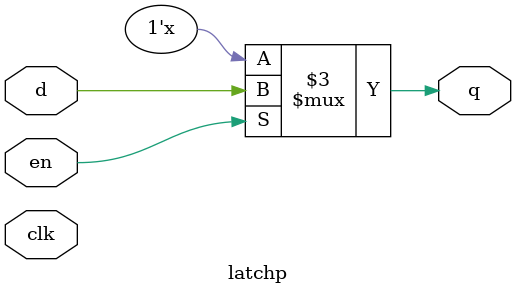
<source format=v>
module latchp (
    input d,
    clk,
    en,
    output reg q
);
  initial q <= 1'b0;
  always @* if (en) q <= d;
endmodule
</source>
